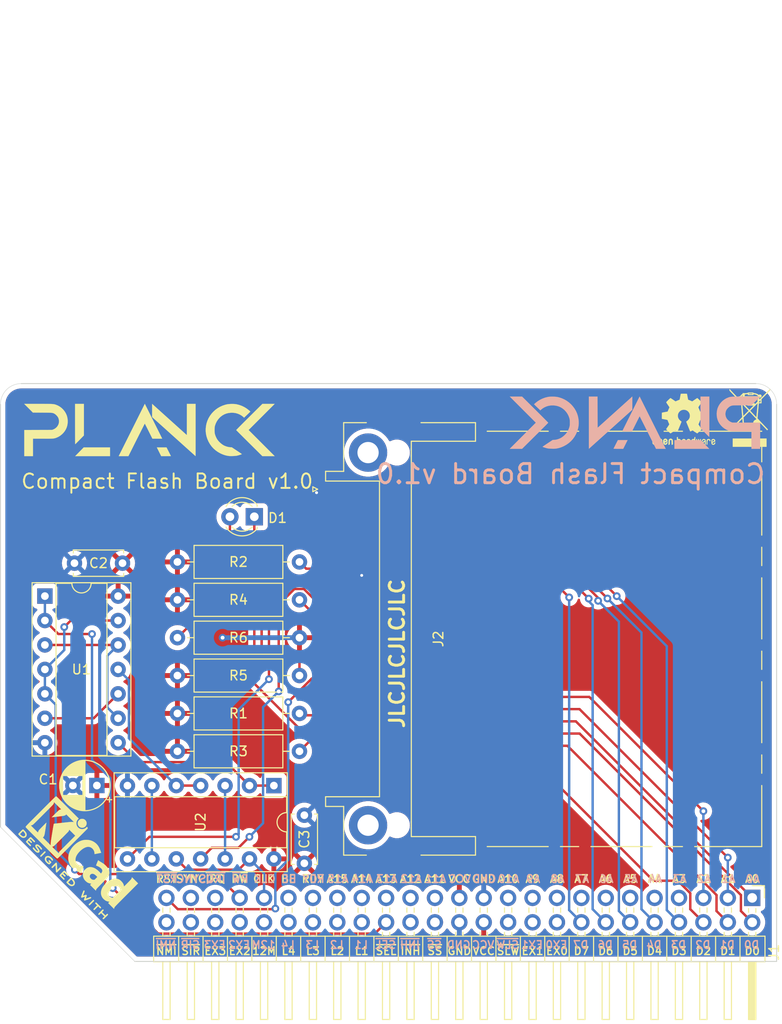
<source format=kicad_pcb>
(kicad_pcb (version 20211014) (generator pcbnew)
  (title_block (title "Compact Flash Board") (date "2023-02-25") (rev "${VERSION}") (company "Six Pixels"))
  (layers (0 "F.Cu" signal) (31 "B.Cu" signal) (34 "B.Paste" user) (35 "F.Paste" user) (36 "B.SilkS" user "B.Silkscreen") (37 "F.SilkS" user "F.Silkscreen") (38 "B.Mask" user) (39 "F.Mask" user) (44 "Edge.Cuts" user))
  (property "VERSION" "v1.0")
  (net 0 "")
  (net 1 "RDY")
  (net 2 "A15")
  (net 3 "A14")
  (net 4 "A13")
  (net 5 "A12")
  (net 6 "A11")
  (net 7 "GND")
  (net 8 "+5V")
  (net 9 "A10")
  (net 10 "A9")
  (net 11 "A8")
  (net 12 "D7")
  (net 13 "A7")
  (net 14 "D6")
  (net 15 "A6")
  (net 16 "D5")
  (net 17 "A5")
  (net 18 "D4")
  (net 19 "A4")
  (net 20 "D3")
  (net 21 "A3")
  (net 22 "D2")
  (net 23 "A2")
  (net 24 "D1")
  (net 25 "A1")
  (net 26 "D0")
  (net 27 "A0")
  (net 28 "CLK")
  (net 29 "BE")
  (net 30 "SYNC")
  (net 31 "EX3")
  (net 32 "EX2")
  (net 33 "EX1")
  (net 34 "EX0")
  (net 35 "~{NMI}")
  (net 36 "~{RESET}")
  (net 37 "~{SLOT_IRQ}")
  (net 38 "~{IRQ}")
  (net 39 "R~{W}")
  (net 40 "CLK_12M")
  (net 41 "LED4")
  (net 42 "LED3")
  (net 43 "LED2")
  (net 44 "LED1")
  (net 45 "~{SLOT_SEL}")
  (net 46 "~{INH}")
  (net 47 "~{SSEL}")
  (net 48 "~{SLOW}")
  (net 49 "Net-(J2-Pad36)")
  (net 50 "Net-(J2-Pad44)")
  (net 51 "Net-(J2-Pad45)")
  (net 52 "Net-(J2-Pad46)")
  (net 62 "Net-(J2-Pad32)")
  (net 71 "Net-(J2-Pad34)")
  (net 72 "Net-(J2-Pad35)")
  (net 73 "Net-(J2-Pad38)")
  (net 74 "Net-(D1-Pad2)")
  (net 75 "Net-(U1-Pad12)")
  (net 76 "Net-(U1-Pad10)")
  (net 77 "Net-(U1-Pad8)")
  (net 78 "Net-(U1-Pad11)")
  (net 79 "Net-(U2-Pad12)")
  (net 80 "Net-(U2-Pad6)")
  (footprint "Connector_PinHeader_2.54mm:PinHeader_2x25_P2.54mm_Horizontal" (layer "F.Cu") (at 157.607 112.014 -90)
    (fp_text reference "J1" (at 5.655 -2.27 90) (layer "F.SilkS"))
    (fp_text value "Conn_01x40")
    (pad "1" thru_hole rect locked (at 0 0 270) (size 1.7 1.7) (drill 1) (layers *.Cu *.Mask) (net 27 "A0"))
    (pad "2" thru_hole oval locked (at 2.54 0 270) (size 1.7 1.7) (drill 1) (layers *.Cu *.Mask) (net 26 "D0"))
    (pad "3" thru_hole oval locked (at 0 2.54 270) (size 1.7 1.7) (drill 1) (layers *.Cu *.Mask) (net 25 "A1"))
    (pad "4" thru_hole oval locked (at 2.54 2.54 270) (size 1.7 1.7) (drill 1) (layers *.Cu *.Mask) (net 24 "D1"))
    (pad "5" thru_hole oval locked (at 0 5.08 270) (size 1.7 1.7) (drill 1) (layers *.Cu *.Mask) (net 23 "A2"))
    (pad "6" thru_hole oval locked (at 2.54 5.08 270) (size 1.7 1.7) (drill 1) (layers *.Cu *.Mask) (net 22 "D2"))
    (pad "7" thru_hole oval locked (at 0 7.62 270) (size 1.7 1.7) (drill 1) (layers *.Cu *.Mask) (net 21 "A3"))
    (pad "8" thru_hole oval locked (at 2.54 7.62 270) (size 1.7 1.7) (drill 1) (layers *.Cu *.Mask) (net 20 "D3"))
    (pad "9" thru_hole oval locked (at 0 10.16 270) (size 1.7 1.7) (drill 1) (layers *.Cu *.Mask) (net 19 "A4"))
    (pad "10" thru_hole oval locked (at 2.54 10.16 270) (size 1.7 1.7) (drill 1) (layers *.Cu *.Mask) (net 18 "D4"))
    (pad "11" thru_hole oval locked (at 0 12.7 270) (size 1.7 1.7) (drill 1) (layers *.Cu *.Mask) (net 17 "A5"))
    (pad "12" thru_hole oval locked (at 2.54 12.7 270) (size 1.7 1.7) (drill 1) (layers *.Cu *.Mask) (net 16 "D5"))
    (pad "13" thru_hole oval locked (at 0 15.24 270) (size 1.7 1.7) (drill 1) (layers *.Cu *.Mask) (net 15 "A6"))
    (pad "14" thru_hole oval locked (at 2.54 15.24 270) (size 1.7 1.7) (drill 1) (layers *.Cu *.Mask) (net 14 "D6"))
    (pad "15" thru_hole oval locked (at 0 17.78 270) (size 1.7 1.7) (drill 1) (layers *.Cu *.Mask) (net 13 "A7"))
    (pad "16" thru_hole oval locked (at 2.54 17.78 270) (size 1.7 1.7) (drill 1) (layers *.Cu *.Mask) (net 12 "D7"))
    (pad "17" thru_hole oval locked (at 0 20.32 270) (size 1.7 1.7) (drill 1) (layers *.Cu *.Mask) (net 11 "A8"))
    (pad "18" thru_hole oval locked (at 2.54 20.32 270) (size 1.7 1.7) (drill 1) (layers *.Cu *.Mask) (net 34 "EX0"))
    (pad "19" thru_hole oval locked (at 0 22.86 270) (size 1.7 1.7) (drill 1) (layers *.Cu *.Mask) (net 10 "A9"))
    (pad "20" thru_hole oval locked (at 2.54 22.86 270) (size 1.7 1.7) (drill 1) (layers *.Cu *.Mask) (net 33 "EX1"))
    (pad "21" thru_hole oval locked (at 0 25.4 270) (size 1.7 1.7) (drill 1) (layers *.Cu *.Mask) (net 9 "A10"))
    (pad "22" thru_hole oval locked (at 2.54 25.4 270) (size 1.7 1.7) (drill 1) (layers *.Cu *.Mask) (net 48 "~{SLOW}"))
    (pad "23" thru_hole oval locked (at 0 27.94 270) (size 1.7 1.7) (drill 1) (layers *.Cu *.Mask) (net 7 "GND"))
    (pad "24" thru_hole oval locked (at 2.54 27.94 270) (size 1.7 1.7) (drill 1) (layers *.Cu *.Mask) (net 8 "+5V"))
    (pad "25" thru_hole oval locked (at 0 30.48 270) (size 1.7 1.7) (drill 1) (layers *.Cu *.Mask) (net 8 "+5V"))
    (pad "26" thru_hole oval locked (at 2.54 30.48 270) (size 1.7 1.7) (drill 1) (layers *.Cu *.Mask) (net 7 "GND"))
    (pad "27" thru_hole oval locked (at 0 33.02 270) (size 1.7 1.7) (drill 1) (layers *.Cu *.Mask) (net 6 "A11"))
    (pad "28" thru_hole oval locked (at 2.54 33.02 270) (size 1.7 1.7) (drill 1) (layers *.Cu *.Mask) (net 47 "~{SSEL}"))
    (pad "29" thru_hole oval locked (at 0 35.56 270) (size 1.7 1.7) (drill 1) (layers *.Cu *.Mask) (net 5 "A12"))
    (pad "30" thru_hole oval locked (at 2.54 35.56 270) (size 1.7 1.7) (drill 1) (layers *.Cu *.Mask) (net 46 "~{INH}"))
    (pad "31" thru_hole oval locked (at 0 38.1 270) (size 1.7 1.7) (drill 1) (layers *.Cu *.Mask) (net 4 "A13"))
    (pad "32" thru_hole oval locked (at 2.54 38.1 270) (size 1.7 1.7) (drill 1) (layers *.Cu *.Mask) (net 45 "~{SLOT_SEL}"))
    (pad "33" thru_hole oval locked (at 0 40.64 270) (size 1.7 1.7) (drill 1) (layers *.Cu *.Mask) (net 3 "A14"))
    (pad "34" thru_hole oval locked (at 2.54 40.64 270) (size 1.7 1.7) (drill 1) (layers *.Cu *.Mask) (net 44 "LED1"))
    (pad "35" thru_hole oval locked (at 0 43.18 270) (size 1.7 1.7) (drill 1) (layers *.Cu *.Mask) (net 2 "A15"))
    (pad "36" thru_hole oval locked (at 2.54 43.18 270) (size 1.7 1.7) (drill 1) (layers *.Cu *.Mask) (net 43 "LED2"))
    (pad "37" thru_hole oval locked (at 0 45.72 270) (size 1.7 1.7) (drill 1) (layers *.Cu *.Mask) (net 1 "RDY"))
    (pad "38" thru_hole oval locked (at 2.54 45.72 270) (size 1.7 1.7) (drill 1) (layers *.Cu *.Mask) (net 42 "LED3"))
    (pad "39" thru_hole oval locked (at 0 48.26 270) (size 1.7 1.7) (drill 1) (layers *.Cu *.Mask) (net 29 "BE"))
    (pad "40" thru_hole oval locked (at 2.54 48.26 270) (size 1.7 1.7) (drill 1) (layers *.Cu *.Mask) (net 41 "LED4"))
    (pad "41" thru_hole oval locked (at 0 50.8 270) (size 1.7 1.7) (drill 1) (layers *.Cu *.Mask) (net 28 "CLK"))
    (pad "42" thru_hole oval locked (at 2.54 50.8 270) (size 1.7 1.7) (drill 1) (layers *.Cu *.Mask) (net 40 "CLK_12M"))
    (pad "43" thru_hole oval locked (at 0 53.34 270) (size 1.7 1.7) (drill 1) (layers *.Cu *.Mask) (net 39 "R~{W}"))
    (pad "44" thru_hole oval locked (at 2.54 53.34 270) (size 1.7 1.7) (drill 1) (layers *.Cu *.Mask) (net 32 "EX2"))
    (pad "45" thru_hole oval locked (at 0 55.88 270) (size 1.7 1.7) (drill 1) (layers *.Cu *.Mask) (net 38 "~{IRQ}"))
    (pad "46" thru_hole oval locked (at 2.54 55.88 270) (size 1.7 1.7) (drill 1) (layers *.Cu *.Mask) (net 31 "EX3"))
    (pad "47" thru_hole oval locked (at 0 58.42 270) (size 1.7 1.7) (drill 1) (layers *.Cu *.Mask) (net 30 "SYNC"))
    (pad "48" thru_hole oval locked (at 2.54 58.42 270) (size 1.7 1.7) (drill 1) (layers *.Cu *.Mask) (net 37 "~{SLOT_IRQ}"))
    (pad "49" thru_hole oval locked (at 0 60.96 270) (size 1.7 1.7) (drill 1) (layers *.Cu *.Mask) (net 36 "~{RESET}"))
    (pad "50" thru_hole oval locked (at 2.54 60.96 270) (size 1.7 1.7) (drill 1) (layers *.Cu *.Mask) (net 35 "~{NMI}"))
  )
  (footprint "logo:logo" (layer "F.Cu") (at 94.869 63.373)
    (fp_text reference "G***" hide)
    (fp_text value "LOGO" hide)
  )
  (footprint "Symbol:KiCad-Logo2_5mm_SilkScreen" (layer "F.Cu") (at 87.757 107.696 -45)
    (fp_text reference "REF**" hide)
    (fp_text value "KiCad-Logo2_5mm_SilkScreen" hide)
  )
  (footprint "Symbol:WEEE-Logo_4.2x6mm_SilkScreen" (layer "F.Cu") (at 157.353 62.103)
    (fp_text reference "REF**" hide)
    (fp_text value "WEEE-Logo_4.2x6mm_SilkScreen" hide)
  )
  (footprint "Symbol:OSHW-Logo2_7.3x6mm_SilkScreen" (layer "F.Cu") (at 150.495 62.357)
    (fp_text reference "REF**" hide)
    (fp_text value "OSHW-Logo2_7.3x6mm_SilkScreen" hide)
  )
  (footprint "Resistor_THT:R_Axial_DIN0309_L9.0mm_D3.2mm_P12.70mm_Horizontal" (layer "F.Cu") (at 110.49 96.774 180)
    (fp_text reference "R3" (at 6.35 0) (layer "F.SilkS"))
    (fp_text value "1k")
    (pad "1" thru_hole circle (at 0 0 180) (size 1.6 1.6) (drill 0.8) (layers *.Cu *.Mask) (net 52 "Net-(J2-Pad46)"))
    (pad "2" thru_hole oval (at 12.7 0 180) (size 1.6 1.6) (drill 0.8) (layers *.Cu *.Mask) (net 8 "+5V"))
  )
  (footprint "Capacitor_THT:CP_Radial_D5.0mm_P2.50mm" (layer "F.Cu") (at 89.408 100.33 180)
    (fp_text reference "C1" (at 5.08 0.635) (layer "F.SilkS"))
    (fp_text value "10u")
    (pad "1" thru_hole rect (at 0 0 180) (size 1.6 1.6) (drill 0.8) (layers *.Cu *.Mask) (net 8 "+5V"))
    (pad "2" thru_hole circle (at 2.5 0 180) (size 1.6 1.6) (drill 0.8) (layers *.Cu *.Mask) (net 7 "GND"))
  )
  (footprint "Capacitor_THT:C_Disc_D5.0mm_W2.5mm_P5.00mm" (layer "F.Cu") (at 110.998 108.418 90)
    (fp_text reference "C3" (at 2.5 0 90) (layer "F.SilkS"))
    (fp_text value "100n")
    (pad "1" thru_hole circle (at 0 0 90) (size 1.6 1.6) (drill 0.8) (layers *.Cu *.Mask) (net 8 "+5V"))
    (pad "2" thru_hole circle (at 5 0 90) (size 1.6 1.6) (drill 0.8) (layers *.Cu *.Mask) (net 7 "GND"))
  )
  (footprint "Resistor_THT:R_Axial_DIN0309_L9.0mm_D3.2mm_P12.70mm_Horizontal" (layer "F.Cu") (at 110.49 77.089 180)
    (fp_text reference "R2" (at 6.35 0) (layer "F.SilkS"))
    (fp_text value "1k")
    (pad "1" thru_hole circle (at 0 0 180) (size 1.6 1.6) (drill 0.8) (layers *.Cu *.Mask) (net 62 "Net-(J2-Pad32)"))
    (pad "2" thru_hole oval (at 12.7 0 180) (size 1.6 1.6) (drill 0.8) (layers *.Cu *.Mask) (net 8 "+5V"))
  )
  (footprint "Connector_Card:CF-Card_3M_N7E50-A516xx-30" (layer "F.Cu") (at 117.729 85.09)
    (fp_text reference "J2" (at 7.22 0 90) (layer "F.SilkS"))
    (fp_text value "Conn_02x25_Top_Bottom")
    (pad "" smd rect (at 2.57 23.34 90) (size 2.49 4.57) (layers "F.Cu" "F.Paste" "F.Mask"))
    (pad "" np_thru_hole circle (at 2.9 -19.37 90) (size 1.7 1.7) (drill 1.7) (layers *.Cu *.Mask))
    (pad "" thru_hole circle (at -0.1 -19.37 90) (size 3.99 3.99) (drill 2.21) (layers *.Cu *.Mask))
    (pad "" smd rect (at 2.57 -23.34 90) (size 2.49 4.57) (layers "F.Cu" "F.Paste" "F.Mask"))
    (pad "" thru_hole circle (at -0.1 19.37 90) (size 3.99 3.99) (drill 2.21) (layers *.Cu *.Mask))
    (pad "" np_thru_hole circle (at 2.9 19.37 90) (size 1.7 1.7) (drill 1.7) (layers *.Cu *.Mask))
    (pad "1" smd rect (at -3.1 -15.56 90) (size 0.41 3.51) (layers "F.Cu" "F.Paste" "F.Mask") (net 7 "GND"))
    (pad "2" smd rect (at -3.1 -14.29 90) (size 0.41 3.51) (layers "F.Cu" "F.Paste" "F.Mask") (net 20 "D3"))
    (pad "3" smd rect (at -3.1 -13.02 90) (size 0.41 3.51) (layers "F.Cu" "F.Paste" "F.Mask") (net 18 "D4"))
    (pad "4" smd rect (at -3.1 -11.75 90) (size 0.41 3.51) (layers "F.Cu" "F.Paste" "F.Mask") (net 16 "D5"))
    (pad "5" smd rect (at -3.1 -10.48 90) (size 0.41 3.51) (layers "F.Cu" "F.Paste" "F.Mask") (net 14 "D6"))
    (pad "6" smd rect (at -3.1 -9.21 90) (size 0.41 3.51) (layers "F.Cu" "F.Paste" "F.Mask") (net 12 "D7"))
    (pad "7" smd rect (at -3.1 -7.94 90) (size 0.41 3.51) (layers "F.Cu" "F.Paste" "F.Mask") (net 7 "GND"))
    (pad "8" smd rect (at -3.1 -6.67 90) (size 0.41 3.51) (layers "F.Cu" "F.Paste" "F.Mask") (net 7 "GND"))
    (pad "9" smd rect (at -3.1 -5.4 90) (size 0.41 3.51) (layers "F.Cu" "F.Paste" "F.Mask") (net 7 "GND"))
    (pad "10" smd rect (at -3.1 -4.13 90) (size 0.41 3.51) (layers "F.Cu" "F.Paste" "F.Mask") (net 7 "GND"))
    (pad "11" smd rect (at -3.1 -2.86 90) (size 0.41 3.51) (layers "F.Cu" "F.Paste" "F.Mask") (net 7 "GND"))
    (pad "12" smd rect (at -3.1 -1.59 90) (size 0.41 3.51) (layers "F.Cu" "F.Paste" "F.Mask") (net 7 "GND"))
    (pad "13" smd rect (at -3.1 -0.32 90) (size 0.41 3.51) (layers "F.Cu" "F.Paste" "F.Mask") (net 8 "+5V"))
    (pad "14" smd rect (at -3.1 0.95 90) (size 0.41 3.51) (layers "F.Cu" "F.Paste" "F.Mask") (net 7 "GND"))
    (pad "15" smd rect (at -3.1 2.22 90) (size 0.41 3.51) (layers "F.Cu" "F.Paste" "F.Mask") (net 7 "GND"))
    (pad "16" smd rect (at -3.1 3.49 90) (size 0.41 3.51) (layers "F.Cu" "F.Paste" "F.Mask") (net 7 "GND"))
    (pad "17" smd rect (at -3.1 4.76 90) (size 0.41 3.51) (layers "F.Cu" "F.Paste" "F.Mask") (net 7 "GND"))
    (pad "18" smd rect (at -3.1 6.03 90) (size 0.41 3.51) (layers "F.Cu" "F.Paste" "F.Mask") (net 23 "A2"))
    (pad "19" smd rect (at -3.1 7.3 90) (size 0.41 3.51) (layers "F.Cu" "F.Paste" "F.Mask") (net 25 "A1"))
    (pad "20" smd rect (at -3.1 8.57 90) (size 0.41 3.51) (layers "F.Cu" "F.Paste" "F.Mask") (net 27 "A0"))
    (pad "21" smd rect (at -3.1 9.84 90) (size 0.41 3.51) (layers "F.Cu" "F.Paste" "F.Mask") (net 26 "D0"))
    (pad "22" smd rect (at -3.1 11.11 90) (size 0.41 3.51) (layers "F.Cu" "F.Paste" "F.Mask") (net 24 "D1"))
    (pad "23" smd rect (at -3.1 12.38 90) (size 0.41 3.51) (layers "F.Cu" "F.Paste" "F.Mask") (net 22 "D2"))
    (pad "24" smd rect (at -3.1 13.65 90) (size 0.41 3.51) (layers "F.Cu" "F.Paste" "F.Mask"))
    (pad "25" smd rect (at -3.1 14.92 90) (size 0.41 3.51) (layers "F.Cu" "F.Paste" "F.Mask"))
    (pad "26" smd rect (at -3.1 -14.92 90) (size 0.41 3.51) (layers "F.Cu" "F.Paste" "F.Mask"))
    (pad "27" smd rect (at -3.1 -13.65 90) (size 0.41 3.51) (layers "F.Cu" "F.Paste" "F.Mask"))
    (pad "28" smd rect (at -3.1 -12.38 90) (size 0.41 3.51) (layers "F.Cu" "F.Paste" "F.Mask"))
    (pad "29" smd rect (at -3.1 -11.11 90) (size 0.41 3.51) (layers "F.Cu" "F.Paste" "F.Mask"))
    (pad "30" smd rect (at -3.1 -9.84 90) (size 0.41 3.51) (layers "F.Cu" "F.Paste" "F.Mask"))
    (pad "31" smd rect (at -3.1 -8.57 90) (size 0.41 3.51) (layers "F.Cu" "F.Paste" "F.Mask"))
    (pad "32" smd rect (at -3.1 -7.3 90) (size 0.41 3.51) (layers "F.Cu" "F.Paste" "F.Mask") (net 62 "Net-(J2-Pad32)"))
    (pad "33" smd rect (at -3.1 -6.03 90) (size 0.41 3.51) (layers "F.Cu" "F.Paste" "F.Mask"))
    (pad "34" smd rect (at -3.1 -4.76 90) (size 0.41 3.51) (layers "F.Cu" "F.Paste" "F.Mask") (net 71 "Net-(J2-Pad34)"))
    (pad "35" smd rect (at -3.1 -3.49 90) (size 0.41 3.51) (layers "F.Cu" "F.Paste" "F.Mask") (net 72 "Net-(J2-Pad35)"))
    (pad "36" smd rect (at -3.1 -2.22 90) (size 0.41 3.51) (layers "F.Cu" "F.Paste" "F.Mask") (net 49 "Net-(J2-Pad36)"))
    (pad "37" smd rect (at -3.1 -0.95 90) (size 0.41 3.51) (layers "F.Cu" "F.Paste" "F.Mask"))
    (pad "38" smd rect (at -3.1 0.32 90) (size 0.41 3.51) (layers "F.Cu" "F.Paste" "F.Mask") (net 73 "Net-(J2-Pad38)"))
    (pad "39" smd rect (at -3.1 1.59 90) (size 0.41 3.51) (layers "F.Cu" "F.Paste" "F.Mask") (net 7 "GND"))
    (pad "40" smd rect (at -3.1 2.86 90) (size 0.41 3.51) (layers "F.Cu" "F.Paste" "F.Mask"))
    (pad "41" smd rect (at -3.1 4.13 90) (size 0.41 3.51) (layers "F.Cu" "F.Paste" "F.Mask") (net 36 "~{RESET}"))
    (pad "42" smd rect (at -3.1 5.4 90) (size 0.41 3.51) (layers "F.Cu" "F.Paste" "F.Mask"))
    (pad "43" smd rect (at -3.1 6.67 90) (size 0.41 3.51) (layers "F.Cu" "F.Paste" "F.Mask"))
    (pad "44" smd rect (at -3.1 7.94 90) (size 0.41 3.51) (layers "F.Cu" "F.Paste" "F.Mask") (net 50 "Net-(J2-Pad44)"))
    (pad "45" smd rect (at -3.1 9.21 90) (size 0.41 3.51) (layers "F.Cu" "F.Paste" "F.Mask") (net 51 "Net-(J2-Pad45)"))
    (pad "46" smd rect (at -3.1 10.48 90) (size 0.41 3.51) (layers "F.Cu" "F.Paste" "F.Mask") (net 52 "Net-(J2-Pad46)"))
    (pad "47" smd rect (at -3.1 11.75 90) (size 0.41 3.51) (layers "F.Cu" "F.Paste" "F.Mask"))
    (pad "48" smd rect (at -3.1 13.02 90) (size 0.41 3.51) (layers "F.Cu" "F.Paste" "F.Mask"))
    (pad "49" smd rect (at -3.1 14.29 90) (size 0.41 3.51) (layers "F.Cu" "F.Paste" "F.Mask"))
    (pad "50" smd rect (at -3.1 15.56 90) (size 0.41 3.51) (layers "F.Cu" "F.Paste" "F.Mask"))
  )
  (footprint "Resistor_THT:R_Axial_DIN0309_L9.0mm_D3.2mm_P12.70mm_Horizontal" (layer "F.Cu") (at 110.49 92.837 180)
    (fp_text reference "R1" (at 6.35 0) (layer "F.SilkS"))
    (fp_text value "1k")
    (pad "1" thru_hole circle (at 0 0 180) (size 1.6 1.6) (drill 0.8) (layers *.Cu *.Mask) (net 50 "Net-(J2-Pad44)"))
    (pad "2" thru_hole oval (at 12.7 0 180) (size 1.6 1.6) (drill 0.8) (layers *.Cu *.Mask) (net 8 "+5V"))
  )
  (footprint "LED_THT:LED_D3.0mm" (layer "F.Cu") (at 105.791 72.39 180)
    (fp_text reference "D1" (at -2.413 -0.127) (layer "F.SilkS"))
    (fp_text value "LED")
    (pad "1" thru_hole rect (at 0 0 180) (size 1.8 1.8) (drill 0.9) (layers *.Cu *.Mask) (net 51 "Net-(J2-Pad45)"))
    (pad "2" thru_hole circle (at 2.54 0 180) (size 1.8 1.8) (drill 0.9) (layers *.Cu *.Mask) (net 74 "Net-(D1-Pad2)"))
  )
  (footprint "Package_DIP:DIP-14_W7.62mm_Socket" (layer "F.Cu") (at 83.997 80.64)
    (fp_text reference "U1" (at 3.8 7.625) (layer "F.SilkS"))
    (fp_text value "74HC00")
    (pad "1" thru_hole rect (at 0 0) (size 1.6 1.6) (drill 0.8) (layers *.Cu *.Mask) (net 45 "~{SLOT_SEL}"))
    (pad "2" thru_hole oval (at 0 2.54) (size 1.6 1.6) (drill 0.8) (layers *.Cu *.Mask) (net 45 "~{SLOT_SEL}"))
    (pad "3" thru_hole oval (at 0 5.08) (size 1.6 1.6) (drill 0.8) (layers *.Cu *.Mask) (net 75 "Net-(U1-Pad12)"))
    (pad "4" thru_hole oval (at 0 7.62) (size 1.6 1.6) (drill 0.8) (layers *.Cu *.Mask) (net 39 "R~{W}"))
    (pad "5" thru_hole oval (at 0 10.16) (size 1.6 1.6) (drill 0.8) (layers *.Cu *.Mask) (net 39 "R~{W}"))
    (pad "6" thru_hole oval (at 0 12.7) (size 1.6 1.6) (drill 0.8) (layers *.Cu *.Mask) (net 76 "Net-(U1-Pad10)"))
    (pad "7" thru_hole oval (at 0 15.24) (size 1.6 1.6) (drill 0.8) (layers *.Cu *.Mask) (net 7 "GND"))
    (pad "8" thru_hole oval (at 7.62 15.24) (size 1.6 1.6) (drill 0.8) (layers *.Cu *.Mask) (net 77 "Net-(U1-Pad8)"))
    (pad "9" thru_hole oval (at 7.62 12.7) (size 1.6 1.6) (drill 0.8) (layers *.Cu *.Mask) (net 75 "Net-(U1-Pad12)"))
    (pad "10" thru_hole oval (at 7.62 10.16) (size 1.6 1.6) (drill 0.8) (layers *.Cu *.Mask) (net 76 "Net-(U1-Pad10)"))
    (pad "11" thru_hole oval (at 7.62 7.62) (size 1.6 1.6) (drill 0.8) (layers *.Cu *.Mask) (net 78 "Net-(U1-Pad11)"))
    (pad "12" thru_hole oval (at 7.62 5.08) (size 1.6 1.6) (drill 0.8) (layers *.Cu *.Mask) (net 75 "Net-(U1-Pad12)"))
    (pad "13" thru_hole oval (at 7.62 2.54) (size 1.6 1.6) (drill 0.8) (layers *.Cu *.Mask) (net 39 "R~{W}"))
    (pad "14" thru_hole oval (at 7.62 0) (size 1.6 1.6) (drill 0.8) (layers *.Cu *.Mask) (net 8 "+5V"))
  )
  (footprint "Package_DIP:DIP-14_W7.62mm_Socket" (layer "F.Cu") (at 107.828 100.34 -90)
    (fp_text reference "U2" (at 3.8 7.625 90) (layer "F.SilkS"))
    (fp_text value "74HC00")
    (pad "1" thru_hole rect (at 0 0 270) (size 1.6 1.6) (drill 0.8) (layers *.Cu *.Mask) (net 77 "Net-(U1-Pad8)"))
    (pad "2" thru_hole oval (at 0 2.54 270) (size 1.6 1.6) (drill 0.8) (layers *.Cu *.Mask) (net 77 "Net-(U1-Pad8)"))
    (pad "3" thru_hole oval (at 0 5.08 270) (size 1.6 1.6) (drill 0.8) (layers *.Cu *.Mask) (net 79 "Net-(U2-Pad12)"))
    (pad "4" thru_hole oval (at 0 7.62 270) (size 1.6 1.6) (drill 0.8) (layers *.Cu *.Mask) (net 78 "Net-(U1-Pad11)"))
    (pad "5" thru_hole oval (at 0 10.16 270) (size 1.6 1.6) (drill 0.8) (layers *.Cu *.Mask) (net 78 "Net-(U1-Pad11)"))
    (pad "6" thru_hole oval (at 0 12.7 270) (size 1.6 1.6) (drill 0.8) (layers *.Cu *.Mask) (net 80 "Net-(U2-Pad6)"))
    (pad "7" thru_hole oval (at 0 15.24 270) (size 1.6 1.6) (drill 0.8) (layers *.Cu *.Mask) (net 7 "GND"))
    (pad "8" thru_hole oval (at 7.62 15.24 270) (size 1.6 1.6) (drill 0.8) (layers *.Cu *.Mask) (net 71 "Net-(J2-Pad34)"))
    (pad "9" thru_hole oval (at 7.62 12.7 270) (size 1.6 1.6) (drill 0.8) (layers *.Cu *.Mask) (net 80 "Net-(U2-Pad6)"))
    (pad "10" thru_hole oval (at 7.62 10.16 270) (size 1.6 1.6) (drill 0.8) (layers *.Cu *.Mask) (net 28 "CLK"))
    (pad "11" thru_hole oval (at 7.62 7.62 270) (size 1.6 1.6) (drill 0.8) (layers *.Cu *.Mask) (net 72 "Net-(J2-Pad35)"))
    (pad "12" thru_hole oval (at 7.62 5.08 270) (size 1.6 1.6) (drill 0.8) (layers *.Cu *.Mask) (net 79 "Net-(U2-Pad12)"))
    (pad "13" thru_hole oval (at 7.62 2.54 270) (size 1.6 1.6) (drill 0.8) (layers *.Cu *.Mask) (net 28 "CLK"))
    (pad "14" thru_hole oval (at 7.62 0 270) (size 1.6 1.6) (drill 0.8) (layers *.Cu *.Mask) (net 8 "+5V"))
  )
  (footprint "Resistor_THT:R_Axial_DIN0309_L9.0mm_D3.2mm_P12.70mm_Horizontal" (layer "F.Cu") (at 110.49 88.9 180)
    (fp_text reference "R5" (at 6.35 0) (layer "F.SilkS"))
    (fp_text value "1k")
    (pad "1" thru_hole circle (at 0 0 180) (size 1.6 1.6) (drill 0.8) (layers *.Cu *.Mask) (net 73 "Net-(J2-Pad38)"))
    (pad "2" thru_hole oval (at 12.7 0 180) (size 1.6 1.6) (drill 0.8) (layers *.Cu *.Mask) (net 8 "+5V"))
  )
  (footprint "Capacitor_THT:C_Disc_D5.0mm_W2.5mm_P5.00mm" (layer "F.Cu") (at 92.075 77.216 180)
    (fp_text reference "C2" (at 2.5 0) (layer "F.SilkS"))
    (fp_text value "100n")
    (pad "1" thru_hole circle (at 0 0 180) (size 1.6 1.6) (drill 0.8) (layers *.Cu *.Mask) (net 8 "+5V"))
    (pad "2" thru_hole circle (at 5 0 180) (size 1.6 1.6) (drill 0.8) (layers *.Cu *.Mask) (net 7 "GND"))
  )
  (footprint "Resistor_THT:R_Axial_DIN0309_L9.0mm_D3.2mm_P12.70mm_Horizontal" (layer "F.Cu") (at 97.79 84.963)
    (fp_text reference "R6" (at 6.35 0) (layer "F.SilkS"))
    (fp_text value "500R")
    (pad "1" thru_hole circle (at 0 0) (size 1.6 1.6) (drill 0.8) (layers *.Cu *.Mask) (net 74 "Net-(D1-Pad2)"))
    (pad "2" thru_hole oval (at 12.7 0) (size 1.6 1.6) (drill 0.8) (layers *.Cu *.Mask) (net 8 "+5V"))
  )
  (footprint "Resistor_THT:R_Axial_DIN0309_L9.0mm_D3.2mm_P12.70mm_Horizontal" (layer "F.Cu") (at 110.49 81.026 180)
    (fp_text reference "R4" (at 6.35 0) (layer "F.SilkS"))
    (fp_text value "1k")
    (pad "1" thru_hole circle (at 0 0 180) (size 1.6 1.6) (drill 0.8) (layers *.Cu *.Mask) (net 49 "Net-(J2-Pad36)"))
    (pad "2" thru_hole oval (at 12.7 0 180) (size 1.6 1.6) (drill 0.8) (layers *.Cu *.Mask) (net 8 "+5V"))
  )
  (footprint "logo:logo" (layer "B.Cu") (at 145.415 62.611 180)
    (fp_text reference "G***" hide)
    (fp_text value "LOGO" hide)
  )
  (gr_arc (start 79.375 60.706) (mid 80.007356 59.179356) (end 81.534 58.547) (layer "Edge.Cuts") (width 0.05))
  (gr_line (start 160.147 118.618) (end 93.345 118.618) (layer "Edge.Cuts") (width 0.1))
  (gr_line (start 81.534 58.547) (end 157.988 58.547) (layer "Edge.Cuts") (width 0.1))
  (gr_line (start 79.375 104.648) (end 79.375 60.706) (layer "Edge.Cuts") (width 0.1))
  (gr_line (start 93.345 118.618) (end 79.375 104.648) (layer "Edge.Cuts") (width 0.05))
  (gr_arc (start 157.988 58.547) (mid 159.514644 59.179356) (end 160.147 60.706) (layer "Edge.Cuts") (width 0.05))
  (gr_line (start 160.147 60.706) (end 160.147 118.618) (layer "Edge.Cuts") (width 0.1))
  (gr_text "Compact Flash Board ${VERSION}" (at 159.131 67.945) (layer "B.SilkS") (effects (font (size 2 2) (thickness 0.3)) (justify left mirror)))
  (gr_text "A8" (at 137.3505 110.0455) (layer "B.SilkS") (effects (font (size 0.8 0.8)) (justify mirror)))
  (gr_text "~{RST}" (at 96.7105 110.0455) (layer "B.SilkS") (effects (font (size 0.8 0.8)) (justify mirror)))
  (gr_text "R~{W}" (at 104.3305 110.0455) (layer "B.SilkS") (effects (font (size 0.8 0.8)) (justify mirror)))
  (gr_text "CLK" (at 106.8705 110.0455) (layer "B.SilkS") (effects (font (size 0.8 0.8)) (justify mirror)))
  (gr_text "A7" (at 139.8905 110.0455) (layer "B.SilkS") (effects (font (size 0.8 0.8)) (justify mirror)))
  (gr_text "A10" (at 132.2705 110.0455) (layer "B.SilkS") (effects (font (size 0.8 0.8)) (justify mirror)))
  (gr_text "A5" (at 144.9705 110.0455) (layer "B.SilkS") (effects (font (size 0.8 0.8)) (justify mirror)))
  (gr_text "A4" (at 147.5105 110.0455) (layer "B.SilkS") (effects (font (size 0.8 0.8)) (justify mirror)))
  (gr_text "A2" (at 152.5905 110.0455) (layer "B.SilkS") (effects (font (size 0.8 0.8)) (justify mirror)))
  (gr_text "A0" (at 157.6705 110.0455) (layer "B.SilkS") (effects (font (size 0.8 0.8)) (justify mirror)))
  (gr_text "A1" (at 155.1305 110.0455) (layer "B.SilkS") (effects (font (size 0.8 0.8)) (justify mirror)))
  (gr_text "A14" (at 117.0305 110.0455) (layer "B.SilkS") (effects (font (size 0.8 0.8)) (justify mirror)))
  (gr_text "A13" (at 119.5705 110.0455) (layer "B.SilkS") (effects (font (size 0.8 0.8)) (justify mirror)))
  (gr_text "A9" (at 134.8105 110.0455) (layer "B.SilkS") (effects (font (size 0.8 0.8)) (justify mirror)))
  (gr_text "D0" (at 157.5435 116.9035) (layer "B.SilkS") (effects (font (size 0.8 0.8)) (justify mirror)))
  (gr_text "D1" (at 155.0035 116.9035) (layer "B.SilkS") (effects (font (size 0.8 0.8)) (justify mirror)))
  (gr_text "~{SS}" (at 124.5235 116.9035) (layer "B.SilkS") (effects (font (size 0.8 0.8)) (justify mirror)))
  (gr_text "GND" (at 129.7305 110.0455) (layer "B.SilkS") (effects (font (size 0.8 0.8)) (justify mirror)))
  (gr_text "A3" (at 150.0505 110.0455) (layer "B.SilkS") (effects (font (size 0.8 0.8)) (justify mirror)))
  (gr_text "VCC" (at 127.1905 110.0455) (layer "B.SilkS") (effects (font (size 0.8 0.8)) (justify mirror)))
  (gr_text "A11" (at 124.6505 110.0455) (layer "B.SilkS") (effects (font (size 0.8 0.8)) (justify mirror)))
  (gr_text "A12" (at 122.1105 110.0455) (layer "B.SilkS") (effects (font (size 0.8 0.8)) (justify mirror)))
  (gr_text "~{IRQ}" (at 101.7905 110.0455) (layer "B.SilkS") (effects (font (size 0.8 0.8)) (justify mirror)))
  (gr_text "A15" (at 114.4905 110.0455) (layer "B.SilkS") (effects (font (size 0.8 0.8)) (justify mirror)))
  (gr_text "RDY" (at 111.9505 110.0455) (layer "B.SilkS") (effects (font (size 0.8 0.8)) (justify mirror)))
  (gr_text "D2" (at 152.4635 116.9035) (layer "B.SilkS") (effects (font (size 0.8 0.8)) (justify mirror)))
  (gr_text "GND" (at 127.0635 116.9035) (layer "B.SilkS") (effects (font (size 0.8 0.8)) (justify mirror)))
  (gr_text "D3" (at 149.9235 116.9035) (layer "B.SilkS") (effects (font (size 0.8 0.8)) (justify mirror)))
  (gr_text "VCC" (at 129.6035 116.9035) (layer "B.SilkS") (effects (font (size 0.8 0.8)) (justify mirror)))
  (gr_text "D7" (at 139.7635 116.9035) (layer "B.SilkS") (effects (font (size 0.8 0.8)) (justify mirror)))
  (gr_text "EX0" (at 137.2235 116.9035) (layer "B.SilkS") (effects (font (size 0.8 0.8)) (justify mirror)))
  (gr_text "D6" (at 142.3035 116.9035) (layer "B.SilkS") (effects (font (size 0.8 0.8)) (justify mirror)))
  (gr_text "EX1" (at 134.6835 116.9035) (layer "B.SilkS") (effects (font (size 0.8 0.8)) (justify mirror)))
  (gr_text "D5" (at 144.8435 116.9035) (layer "B.SilkS") (effects (font (size 0.8 0.8)) (justify mirror)))
  (gr_text "~{SLW}" (at 132.1435 116.9035) (layer "B.SilkS") (effects (font (size 0.8 0.8)) (justify mirror)))
  (gr_text "D4" (at 147.3835 116.9035) (layer "B.SilkS") (effects (font (size 0.8 0.8)) (justify mirror)))
  (gr_text "L2" (at 114.3635 116.9035) (layer "B.SilkS") (effects (font (size 0.8 0.8)) (justify mirror)))
  (gr_text "L4" (at 109.2835 116.9035) (layer "B.SilkS") (effects (font (size 0.8 0.8)) (justify mirror)))
  (gr_text "EX3" (at 101.6635 116.9035) (layer "B.SilkS") (effects (font (size 0.8 0.8)) (justify mirror)))
  (gr_text "L3" (at 111.8235 116.9035) (layer "B.SilkS") (effects (font (size 0.8 0.8)) (justify mirror)))
  (gr_text "L1" (at 116.9035 116.9035) (layer "B.SilkS") (effects (font (size 0.8 0.8)) (justify mirror)))
  (gr_text "12M" (at 106.7435 116.9035) (layer "B.SilkS") (effects (font (size 0.8 0.8)) (justify mirror)))
  (gr_text "~{SEL}" (at 119.4435 116.9035) (layer "B.SilkS") (effects (font (size 0.8 0.8)) (justify mirror)))
  (gr_text "~{INH}" (at 121.9835 116.9035) (layer "B.SilkS") (effects (font (size 0.8 0.8)) (justify mirror)))
  (gr_text "EX2" (at 104.2035 116.9035) (layer "B.SilkS") (effects (font (size 0.8 0.8)) (justify mirror)))
  (gr_text "~{SIR}" (at 99.1235 116.9035) (layer "B.SilkS") (effects (font (size 0.8 0.8)) (justify mirror)))
  (gr_text "~{NMI}" (at 96.5835 116.9035) (layer "B.SilkS") (effects (font (size 0.8 0.8)) (justify mirror)))
  (gr_text "BE" (at 109.4105 110.0455) (layer "B.SilkS") (effects (font (size 0.8 0.8)) (justify mirror)))
  (gr_text "A6" (at 142.4305 110.0455) (layer "B.SilkS") (effects (font (size 0.8 0.8)) (justify mirror)))
  (gr_text "SYNC" (at 99.2505 110.0455) (layer "B.SilkS") (effects (font (size 0.8 0.8)) (justify mirror)))
  (gr_text "EX3" (at 101.727 117.5385) (layer "F.SilkS") (effects (font (size 0.8 0.8))))
  (gr_text "~{SIR}" (at 99.187 117.5385) (layer "F.SilkS") (effects (font (size 0.8 0.8))))
  (gr_text "~{SEL}" (at 119.507 117.5385) (layer "F.SilkS") (effects (font (size 0.8 0.8))))
  (gr_text "L2" (at 114.427 117.5385) (layer "F.SilkS") (effects (font (size 0.8 0.8))))
  (gr_text "L1" (at 116.967 117.5385) (layer "F.SilkS") (effects (font (size 0.8 0.8))))
  (gr_text "L4" (at 109.347 117.5385) (layer "F.SilkS") (effects (font (size 0.8 0.8))))
  (gr_text "L3" (at 111.887 117.5385) (layer "F.SilkS") (effects (font (size 0.8 0.8))))
  (gr_text "EX2" (at 104.267 117.5385) (layer "F.SilkS") (effects (font (size 0.8 0.8))))
  (gr_text "12M" (at 106.807 117.5385) (layer "F.SilkS") (effects (font (size 0.8 0.8))))
  (gr_text "D7" (at 139.827 117.5385) (layer "F.SilkS") (effects (font (size 0.8 0.8))))
  (gr_text "~{INH}" (at 122.047 117.5385) (layer "F.SilkS") (effects (font (size 0.8 0.8))))
  (gr_text "EX0" (at 137.287 117.5385) (layer "F.SilkS") (effects (font (size 0.8 0.8))))
  (gr_text "~{SS}" (at 124.587 117.5385) (layer "F.SilkS") (effects (font (size 0.8 0.8))))
  (gr_text "EX1" (at 134.747 117.5385) (layer "F.SilkS") (effects (font (size 0.8 0.8))))
  (gr_text "GND" (at 127.127 117.5385) (layer "F.SilkS") (effects (font (size 0.8 0.8))))
  (gr_text "~{SLW}" (at 132.207 117.5385) (layer "F.SilkS") (effects (font (size 0.8 0.8))))
  (gr_text "VCC" (at 129.667 117.5385) (layer "F.SilkS") (effects (font (size 0.8 0.8))))
  (gr_text "~{NMI}" (at 96.647 117.5385) (layer "F.SilkS") (effects (font (size 0.8 0.8))))
  (gr_text "A7" (at 139.827 110.0455) (layer "F.SilkS") (effects (font (size 0.8 0.8))))
  (gr_text "A6" (at 142.367 110.0455) (layer "F.SilkS") (effects (font (size 0.8 0.8))))
  (gr_text "A8" (at 137.287 110.0455) (layer "F.SilkS") (effects (font (size 0.8 0.8))))
  (gr_text "A5" (at 144.907 110.0455) (layer "F.SilkS") (effects (font (size 0.8 0.8))))
  (gr_text "A9" (at 134.747 110.0455) (layer "F.SilkS") (effects (font (size 0.8 0.8))))
  (gr_text "A4" (at 147.447 110.0455) (layer "F.SilkS") (effects (font (size 0.8 0.8))))
  (gr_text "A10" (at 132.207 110.0455) (layer "F.SilkS") (effects (font (size 0.8 0.8))))
  (gr_text "A3" (at 149.987 110.0455) (layer "F.SilkS") (effects (font (size 0.8 0.8))))
  (gr_text "GND" (at 129.667 110.0455) (layer "F.SilkS") (effects (font (size 0.8 0.8))))
  (gr_text "A2" (at 152.527 110.0455) (layer "F.SilkS") (effects (font (size 0.8 0.8))))
  (gr_text "VCC" (at 127.127 110.0455) (layer "F.SilkS") (effects (font (size 0.8 0.8))))
  (gr_text "A1" (at 155.067 110.0455) (layer "F.SilkS") (effects (font (size 0.8 0.8))))
  (gr_text "A11" (at 124.587 110.0455) (layer "F.SilkS") (effects (font (size 0.8 0.8))))
  (gr_text "A0" (at 157.607 110.0455) (layer "F.SilkS") (effects (font (size 0.8 0.8))))
  (gr_text "A12" (at 122.047 110.0455) (layer "F.SilkS") (effects (font (size 0.8 0.8))))
  (gr_text "A13" (at 119.507 110.0455) (layer "F.SilkS") (effects (font (size 0.8 0.8))))
  (gr_text "A14" (at 116.967 110.0455) (layer "F.SilkS") (effects (font (size 0.8 0.8))))
  (gr_text "A15" (at 114.427 110.0455) (layer "F.SilkS") (effects (font (size 0.8 0.8))))
  (gr_text "RDY" (at 111.887 110.0455) (layer "F.SilkS") (effects (font (size 0.8 0.8))))
  (gr_text "BE" (at 109.347 110.0455) (layer "F.SilkS") (effects (font (size 0.8 0.8))))
  (gr_text "CLK" (at 106.807 110.0455) (layer "F.SilkS") (effects (font (size 0.8 0.8))))
  (gr_text "R~{W}" (at 104.267 110.0455) (layer "F.SilkS") (effects (font (size 0.8 0.8))))
  (gr_text "~{IRQ}" (at 101.727 110.0455) (layer "F.SilkS") (effects (font (size 0.8 0.8))))
  (gr_text "SYNC" (at 99.187 110.0455) (layer "F.SilkS") (effects (font (size 0.8 0.8))))
  (gr_text "~{RST}" (at 96.647 110.0455) (layer "F.SilkS") (effects (font (size 0.8 0.8))))
  (gr_text "D0" (at 157.607 117.5385) (layer "F.SilkS") (effects (font (size 0.8 0.8))))
  (gr_text "D1" (at 155.067 117.5385) (layer "F.SilkS") (effects (font (size 0.8 0.8))))
  (gr_text "D2" (at 152.527 117.5385) (layer "F.SilkS") (effects (font (size 0.8 0.8))))
  (gr_text "D3" (at 149.987 117.5385) (layer "F.SilkS") (effects (font (size 0.8 0.8))))
  (gr_text "D4" (at 147.447 117.5385) (layer "F.SilkS") (effects (font (size 0.8 0.8))))
  (gr_text "D5" (at 144.907 117.5385) (layer "F.SilkS") (effects (font (size 0.8 0.8))))
  (gr_text "D6" (at 142.367 117.5385) (layer "F.SilkS") (effects (font (size 0.8 0.8))))
  (gr_text "JLCJLCJLCJLC" (at 120.65 86.614 90) (layer "F.SilkS") (effects (font (size 1.5 1.5) (thickness 0.3))))
  (gr_text "Compact Flash Board ${VERSION}" (at 81.407 68.707) (layer "F.SilkS") (effects (font (size 1.5 1.5) (thickness 0.2)) (justify left)))
  (segment (start 114.629 83.5) (end 116.634 83.5) (width 0.25) (layer "F.Cu") (net 7))
  (segment (start 116.967 80.518) (end 116.967 79.357) (width 0.25) (layer "F.Cu") (net 7))
  (segment (start 116.634 83.5) (end 116.967 83.167) (width 0.25) (layer "F.Cu") (net 7))
  (segment (start 116.634 86.04) (end 116.967 85.707) (width 0.25) (layer "F.Cu") (net 7))
  (segment (start 116.634 80.96) (end 116.967 80.627) (width 0.25) (layer "F.Cu") (net 7))
  (segment (start 116.967 85.707) (end 116.967 83.167) (width 0.25) (layer "F.Cu") (net 7))
  (segment (start 116.967 77.483) (end 116.967 78.486) (width 0.25) (layer "F.Cu") (net 7))
  (segment (start 114.629 69.53) (end 112.624 69.53) (width 0.25) (layer "F.Cu") (net 7))
  (segment (start 116.967 83.167) (end 116.967 81.534) (width 0.25) (layer "F.Cu") (net 7))
  (segment (start 116.901 78.42) (end 116.967 78.486) (width 0.25) (layer "F.Cu") (net 7))
  (segment (start 116.634 89.85) (end 114.629 89.85) (width 0.25) (layer "F.Cu") (net 7))
  (segment (start 116.967 79.357) (end 116.967 78.486) (width 0.25) (layer "F.Cu") (net 7))
  (segment (start 116.967 88.247) (end 116.967 88.011) (width 0.25) (layer "F.Cu") (net 7))
  (segment (start 116.967 88.011) (end 116.967 85.707) (width 0.25) (layer "F.Cu") (net 7))
  (segment (start 114.629 82.23) (end 116.634 82.23) (width 0.25) (layer "F.Cu") (net 7))
  (segment (start 114.629 88.58) (end 116.634 88.58) (width 0.25) (layer "F.Cu") (net 7))
  (segment (start 114.629 87.31) (end 114.629 86.68) (width 0.25) (layer "F.Cu") (net 7))
  (segment (start 112.624 69.53) (end 112.268 69.885998) (width 0.25) (layer "F.Cu") (net 7))
  (segment (start 116.634 79.69) (end 116.967 79.357) (width 0.25) (layer "F.Cu") (net 7))
  (segment (start 116.967 81.897) (end 116.967 81.534) (width 0.25) (layer "F.Cu") (net 7))
  (segment (start 114.629 86.04) (end 116.634 86.04) (width 0.25) (layer "F.Cu") (net 7))
  (segment (start 116.634 82.23) (end 116.967 81.897) (width 0.25) (layer "F.Cu") (net 7))
  (segment (start 116.967 80.627) (end 116.967 80.518) (width 0.25) (layer "F.Cu") (net 7))
  (segment (start 116.634 77.15) (end 116.967 77.483) (width 0.25) (layer "F.Cu") (net 7))
  (segment (start 114.629 86.68) (end 114.629 86.04) (width 0.25) (layer "F.Cu") (net 7))
  (segment (start 114.629 80.96) (end 116.634 80.96) (width 0.25) (layer "F.Cu") (net 7))
  (segment (start 116.967 81.534) (end 116.967 80.518) (width 0.25) (layer "F.Cu") (net 7))
  (segment (start 116.634 88.58) (end 116.967 88.247) (width 0.25) (layer "F.Cu") (net 7))
  (segment (start 116.967 89.517) (end 116.967 88.011) (width 0.25) (layer "F.Cu") (net 7))
  (segment (start 114.629 79.69) (end 116.634 79.69) (width 0.25) (layer "F.Cu") (net 7))
  (segment (start 114.629 78.42) (end 116.901 78.42) (width 0.25) (layer "F.Cu") (net 7))
  (segment (start 116.634 89.85) (end 116.967 89.517) (width 0.25) (layer "F.Cu") (net 7))
  (segment (start 114.629 77.15) (end 116.634 77.15) (width 0.25) (layer "F.Cu") (net 7))
  (via (at 116.967 78.486) (size 0.6) (drill 0.3) (layers "F.Cu" "B.Cu") (net 7))
  (via (at 112.268 69.885998) (size 0.6) (drill 0.3) (layers "F.Cu" "B.Cu") (net 7))
  (segment (start 114.629 84.77) (end 111.953 84.77) (width 0.25) (layer "F.Cu") (net 8))
  (via (at 102.489 84.963) (size 0.8) (drill 0.4) (layers "F.Cu" "B.Cu") (net 8))
  (segment (start 110.49 84.963) (end 102.489 84.963) (width 0.5) (layer "B.Cu") (net 8))
  (segment (start 114.629 75.88) (end 133.665 75.88) (width 0.25) (layer "F.Cu") (net 12))
  (segment (start 133.665 75.88) (end 138.557 80.772) (width 0.25) (layer "F.Cu") (net 12))
  (via (at 138.557 80.772) (size 0.8) (drill 0.4) (layers "F.Cu" "B.Cu") (net 12))
  (segment (start 139.827 114.554) (end 138.557 113.284) (width 0.25) (layer "B.Cu") (net 12))
  (segment (start 138.557 113.284) (end 138.557 80.772) (width 0.25) (layer "B.Cu") (net 12))
  (segment (start 134.3 74.61) (end 140.589 80.899) (width 0.25) (layer "F.Cu") (net 14))
  (segment (start 114.629 74.61) (end 134.3 74.61) (width 0.25) (layer "F.Cu") (net 14))
  (via (at 140.589 80.899) (size 0.8) (drill 0.4) (layers "F.Cu" "B.Cu") (net 14))
  (segment (start 142.367 114.554) (end 141.002 113.189) (width 0.25) (layer "B.Cu") (net 14))
  (segment (start 141.002 81.584236) (end 140.589 81.171236) (width 0.25) (layer "B.Cu") (net 14))
  (segment (start 141.002 113.189) (end 141.002 81.584236) (width 0.25) (layer "B.Cu") (net 14))
  (segment (start 140.589 81.171236) (end 140.589 80.899) (width 0.25) (layer "B.Cu") (net 14))
  (segment (start 134.082739 73.34) (end 141.570183 80.827444) (width 0.25) (layer "F.Cu") (net 16))
  (segment (start 114.629 73.34) (end 134.082739 73.34) (width 0.25) (layer "F.Cu") (net 16))
  (segment (start 141.570183 80.827444) (end 141.570183 81.127821) (width 0.25) (layer "F.Cu") (net 16))
  (via (at 141.570183 81.127821) (size 0.8) (drill 0.4) (layers "F.Cu" "B.Cu") (net 16))
  (segment (start 144.907 114.554) (end 143.732 113.379) (width 0.25) (layer "B.Cu") (net 16))
  (segment (start 143.732 113.379) (end 143.732 83.289638) (width 0.25) (layer "B.Cu") (net 16))
  (segment (start 143.732 83.289638) (end 141.570183 81.127821) (width 0.25) (layer "B.Cu") (net 16))
  (segment (start 114.629 72.07) (end 133.722459 72.07) (width 0.25) (layer "F.Cu") (net 18))
  (segment (start 133.722459 72.07) (end 142.540497 80.888038) (width 0.25) (layer "F.Cu") (net 18))
  (via (at 142.540497 80.888038) (size 0.8) (drill 0.4) (layers "F.Cu" "B.Cu") (net 18))
  (segment (start 146.082 84.429541) (end 142.540497 80.888038) (width 0.25) (layer "B.Cu") (net 18))
  (segment (start 146.082 113.189) (end 146.082 84.429541) (width 0.25) (layer "B.Cu") (net 18))
  (segment (start 147.447 114.554) (end 146.082 113.189) (width 0.25) (layer "B.Cu") (net 18))
  (segment (start 133.665 70.8) (end 143.51 80.645) (width 0.25) (layer "F.Cu") (net 20))
  (segment (start 114.629 70.8) (end 133.665 70.8) (width 0.25) (layer "F.Cu") (net 20))
  (via (at 143.51 80.645) (size 0.8) (drill 0.4) (layers "F.Cu" "B.Cu") (net 20))
  (segment (start 148.717 85.852) (end 143.51 80.645) (width 0.25) (layer "B.Cu") (net 20))
  (segment (start 149.987 114.554) (end 148.717 113.284) (width 0.25) (layer "B.Cu") (net 20))
  (segment (start 148.717 113.284) (end 148.717 85.852) (width 0.25) (layer "B.Cu") (net 20))
  (segment (start 149.86535 110.230649) (end 147.325351 110.230649) (width 0.25) (layer "F.Cu") (net 22))
  (segment (start 114.629 97.47) (end 134.564701 97.47) (width 0.25) (layer "F.Cu") (net 22))
  (segment (start 151.162 113.189) (end 151.162 111.527299) (width 0.25) (layer "F.Cu") (net 22))
  (segment (start 134.564701 97.47) (end 147.325351 110.230649) (width 0.25) (layer "F.Cu") (net 22))
  (segment (start 152.527 114.554) (end 151.162 113.189) (width 0.25) (layer "F.Cu") (net 22))
  (segment (start 151.162 111.527299) (end 149.86535 110.230649) (width 0.25) (layer "F.Cu") (net 22))
  (segment (start 140.65 91.12) (end 114.629 91.12) (width 0.25) (layer "F.Cu") (net 23))
  (segment (start 152.527 102.997) (end 140.65 91.12) (width 0.25) (layer "F.Cu") (net 23))
  (via (at 152.527 102.997) (size 0.8) (drill 0.4) (layers "F.Cu" "B.Cu") (net 23))
  (segment (start 152.527 112.014) (end 152.527 103.378) (width 0.25) (layer "B.Cu") (net 23))
  (segment (start 152.527 103.378) (end 152.527 102.997) (width 0.25) (layer "B.Cu") (net 23))
  (segment (start 153.8925 111.717799) (end 153.8925 113.3795) (width 0.25) (layer "F.Cu") (net 24))
  (segment (start 153.8925 113.3795) (end 155.067 114.554) (width 0.25) (layer "F.Cu") (net 24))
  (segment (start 114.629 96.2) (end 138.374701 96.2) (width 0.25) (layer "F.Cu") (net 24))
  (segment (start 138.374701 96.2) (end 153.8925 111.717799) (width 0.25) (layer "F.Cu") (net 24))
  (segment (start 139.634 92.39) (end 155.067 107.823) (width 0.25) (layer "F.Cu") (net 25))
  (segment (start 114.629 92.39) (end 139.634 92.39) (width 0.25) (layer "F.Cu") (net 25))
  (via (at 155.067 107.823) (size 0.8) (drill 0.4) (layers "F.Cu" "B.Cu") (net 25))
  (segment (start 155.067 107.823) (end 155.067 112.014) (width 0.25) (layer "B.Cu") (net 25))
  (segment (start 114.629 94.93) (end 139.644701 94.93) (width 0.25) (layer "F.Cu") (net 26))
  (segment (start 139.644701 94.93) (end 156.4325 111.717799) (width 0.25) (layer "F.Cu") (net 26))
  (segment (start 156.4325 111.717799) (end 156.4325 113.3795) (width 0.25) (layer "F.Cu") (net 26))
  (segment (start 156.4325 113.3795) (end 157.607 114.554) (width 0.25) (layer "F.Cu") (net 26))
  (segment (start 139.253 93.66) (end 157.607 112.014) (width 0.25) (layer "F.Cu") (net 27))
  (segment (start 114.629 93.66) (end 139.253 93.66) (width 0.25) (layer "F.Cu") (net 27))
  (segment (start 105.288 107.96) (end 104.163 109.085) (width 0.25) (layer "F.Cu") (net 28))
  (segment (start 104.163 109.085) (end 98.793 109.085) (width 0.25) (layer "F.Cu") (net 28))
  (segment (start 98.793 109.085) (end 97.668 107.96) (width 0.25) (layer "F.Cu") (net 28))
  (segment (start 106.807 112.014) (end 106.807 109.479) (width 0.25) (layer "B.Cu") (net 28))
  (segment (start 106.807 109.479) (end 105.288 107.96) (width 0.25) (layer "B.Cu") (net 28))
  (segment (start 107.982 113.125) (end 107.918 113.189) (width 0.25) (layer "F.Cu") (net 36))
  (segment (start 111.760991 89.22) (end 109.316996 91.663996) (width 0.25) (layer "F.Cu") (net 36))
  (segment (start 114.629 89.22) (end 111.760991 89.22) (width 0.25) (layer "F.Cu") (net 36))
  (segment (start 97.822 113.189) (end 96.647 112.014) (width 0.25) (layer "F.Cu") (net 36))
  (segment (start 107.918 113.189) (end 97.822 113.189) (width 0.25) (layer "F.Cu") (net 36))
  (via (at 107.982 113.125) (size 0.8) (drill 0.4) (layers "F.Cu" "B.Cu") (net 36))
  (via (at 109.316996 91.663996) (size 0.8) (drill 0.4) (layers "F.Cu" "B.Cu") (net 36))
  (segment (start 107.982 109.396991) (end 107.982 113.125) (width 0.25) (layer "B.Cu") (net 36))
  (segment (start 109.316996 108.061995) (end 107.982 109.396991) (width 0.25) (layer "B.Cu") (net 36))
  (segment (start 109.316996 91.663996) (end 109.316996 108.061995) (width 0.25) (layer "B.Cu") (net 36))
  (segment (start 87.563501 109.534501) (end 87.114 109.085) (width 0.25) (layer "F.Cu") (net 39))
  (segment (start 91.617 83.18) (end 86.688299 83.18) (width 0.25) (layer "F.Cu") (net 39))
  (segment (start 86.688299 83.18) (end 86.010799 83.8575) (width 0.25) (layer "F.Cu") (net 39))
  (segment (start 101.787501 109.534501) (end 87.563501 109.534501) (width 0.25) (layer "F.Cu") (net 39))
  (segment (start 104.267 112.014) (end 101.787501 109.534501) (width 0.25) (layer "F.Cu") (net 39))
  (via (at 86.010799 83.8575) (size 0.8) (drill 0.4) (layers "F.Cu" "B.Cu") (net 39))
  (via (at 87.114 109.085) (size 0.8) (drill 0.4) (layers "F.Cu" "B.Cu") (net 39))
  (segment (start 83.997 88.26) (end 83.997 90.8) (width 0.25) (layer "B.Cu") (net 39))
  (segment (start 83.997 90.8) (end 85.122 91.925) (width 0.25) (layer "B.Cu") (net 39))
  (segment (start 85.122 107.093) (end 87.114 109.085) (width 0.25) (layer "B.Cu") (net 39))
  (segment (start 83.997 88.26) (end 86.010799 86.246201) (width 0.25) (layer "B.Cu") (net 39))
  (segment (start 85.122 91.925) (end 85.122 107.093) (width 0.25) (layer "B.Cu") (net 39))
  (segment (start 86.010799 86.246201) (end 86.010799 83.8575) (width 0.25) (layer "B.Cu") (net 39))
  (segment (start 95.79 115.729) (end 118.332 115.729) (width 0.25) (layer "F.Cu") (net 45))
  (segment (start 118.332 115.729) (end 119.507 114.554) (width 0.25) (layer "F.Cu") (net 45))
  (segment (start 91.059 110.998) (end 95.79 115.729) (width 0.25) (layer "F.Cu") (net 45))
  (segment (start 85.399 84.582) (end 88.9 84.582) (width 0.25) (layer "F.Cu") (net 45))
  (segment (start 83.997 83.18) (end 85.399 84.582) (width 0.25) (layer "F.Cu") (net 45))
  (via (at 91.059 110.998) (size 0.8) (drill 0.4) (layers "F.Cu" "B.Cu") (net 45))
  (via (at 88.9 84.582) (size 0.8) (drill 0.4) (layers "F.Cu" "B.Cu") (net 45))
  (segment (start 90.805 110.744) (end 91.059 110.998) (width 0.25) (layer "B.Cu") (net 45))
  (segment (start 88.9 84.582) (end 88.9 97.663) (width 0.25) (layer "B.Cu") (net 45))
  (segment (start 83.997 80.64) (end 83.997 83.18) (width 0.25) (layer "B.Cu") (net 45))
  (segment (start 90.805 99.568) (end 90.805 110.744) (width 0.25) (layer "B.Cu") (net 45))
  (segment (start 90.678 99.441) (end 90.805 99.568) (width 0.25) (layer "B.Cu") (net 45))
  (segment (start 88.9 97.663) (end 90.678 99.441) (width 0.25) (layer "B.Cu") (net 45))
  (segment (start 112.334 82.87) (end 110.49 81.026) (width 0.25) (layer "F.Cu") (net 49))
  (segment (start 114.629 82.87) (end 112.334 82.87) (width 0.25) (layer "F.Cu") (net 49))
  (segment (start 114.629 93.03) (end 110.683 93.03) (width 0.25) (layer "F.Cu") (net 50))
  (segment (start 110.683 93.03) (end 110.49 92.837) (width 0.25) (layer "F.Cu") (net 50))
  (segment (start 105.791 89.728991) (end 105.791 72.39) (width 0.25) (layer "F.Cu") (net 51))
  (segment (start 110.362009 94.3) (end 105.791 89.728991) (width 0.25) (layer "F.Cu") (net 51))
  (segment (start 114.629 94.3) (end 110.362009 94.3) (width 0.25) (layer "F.Cu") (net 51))
  (segment (start 114.629 95.57) (end 111.694 95.57) (width 0.25) (layer "F.Cu") (net 52))
  (segment (start 111.694 95.57) (end 110.49 96.774) (width 0.25) (layer "F.Cu") (net 52))
  (segment (start 111.191 77.79) (end 110.49 77.089) (width 0.25) (layer "F.Cu") (net 62))
  (segment (start 114.629 77.79) (end 111.191 77.79) (width 0.25) (layer "F.Cu") (net 62))
  (segment (start 114.629 80.33) (end 112.020681 80.33) (width 0.25) (layer "F.Cu") (net 71))
  (segment (start 109.777811 79.451499) (end 107.315 81.91431) (width 0.25) (layer "F.Cu") (net 71))
  (segment (start 107.315 81.91431) (end 107.315 89.281) (width 0.25) (layer "F.Cu") (net 71))
  (segment (start 94.884 105.664) (end 92.588 107.96) (width 0.25) (layer "F.Cu") (net 71))
  (segment (start 112.020681 80.33) (end 111.14218 79.451499) (width 0.25) (layer "F.Cu") (net 71))
  (segment (start 103.886 105.664) (end 94.884 105.664) (width 0.25) (layer "F.Cu") (net 71))
  (segment (start 111.14218 79.451499) (end 109.777811 79.451499) (width 0.25) (layer "F.Cu") (net 71))
  (via (at 107.315 89.281) (size 0.8) (drill 0.4) (layers "F.Cu" "B.Cu") (net 71))
  (via (at 103.886 105.664) (size 0.8) (drill 0.4) (layers "F.Cu" "B.Cu") (net 71))
  (segment (start 107.315 89.281) (end 104.163 92.433) (width 0.25) (layer "B.Cu") (net 71))
  (segment (start 104.163 105.387) (end 103.886 105.664) (width 0.25) (layer "B.Cu") (net 71))
  (segment (start 104.163 92.433) (end 104.163 105.387) (width 0.25) (layer "B.Cu") (net 71))
  (segment (start 112.654991 81.6) (end 110.955991 79.901) (width 0.25) (layer "F.Cu") (net 72))
  (segment (start 104.14 106.807) (end 101.361 106.807) (width 0.25) (layer "F.Cu") (net 72))
  (segment (start 105.283 105.664) (end 104.14 106.807) (width 0.25) (layer "F.Cu") (net 72))
  (segment (start 108.331 81.534) (end 108.331 90.551) (width 0.25) (layer "F.Cu") (net 72))
  (segment (start 110.955991 79.901) (end 109.964 79.901) (width 0.25) (layer "F.Cu") (net 72))
  (segment (start 109.964 79.901) (end 108.331 81.534) (width 0.25) (layer "F.Cu") (net 72))
  (segment (start 114.629 81.6) (end 112.654991 81.6) (width 0.25) (layer "F.Cu") (net 72))
  (segment (start 101.361 106.807) (end 100.208 107.96) (width 0.25) (layer "F.Cu") (net 72))
  (via (at 105.283 105.664) (size 0.8) (drill 0.4) (layers "F.Cu" "B.Cu") (net 72))
  (via (at 108.331 90.551) (size 0.8) (drill 0.4) (layers "F.Cu" "B.Cu") (net 72))
  (segment (start 106.703 104.244) (end 105.283 105.664) (width 0.25) (layer "B.Cu") (net 72))
  (segment (start 106.703 92.179) (end 106.703 104.244) (width 0.25) (layer "B.Cu") (net 72))
  (segment (start 108.331 90.551) (end 106.703 92.179) (width 0.25) (layer "B.Cu") (net 72))
  (segment (start 110.49 87.544) (end 110.49 88.9) (width 0.25) (layer "F.Cu") (net 73))
  (segment (start 114.629 85.41) (end 112.624 85.41) (width 0.25) (layer "F.Cu") (net 73))
  (segment (start 112.624 85.41) (end 110.49 87.544) (width 0.25) (layer "F.Cu") (net 73))
  (segment (start 103.251 79.502) (end 97.79 84.963) (width 0.25) (layer "F.Cu") (net 74))
  (segment (start 103.251 72.39) (end 103.251 79.502) (width 0.25) (layer "F.Cu") (net 74))
  (segment (start 83.997 85.72) (end 91.617 85.72) (width 0.25) (layer "F.Cu") (net 75))
  (segment (start 91.617 93.34) (end 90.492 92.215) (width 0.25) (layer "B.Cu") (net 75))
  (segment (start 90.492 86.845) (end 91.617 85.72) (width 0.25) (layer "B.Cu") (net 75))
  (segment (start 90.492 92.215) (end 90.492 86.845) (width 0.25) (layer "B.Cu") (net 75))
  (segment (start 83.997 93.34) (end 89.077 93.34) (width 0.25) (layer "F.Cu") (net 76))
  (segment (start 89.077 93.34) (end 91.617 90.8) (width 0.25) (layer "F.Cu") (net 76))
  (segment (start 93.636 97.899) (end 91.617 95.88) (width 0.25) (layer "F.Cu") (net 77))
  (segment (start 102.847 97.899) (end 93.636 97.899) (width 0.25) (layer "F.Cu") (net 77))
  (segment (start 105.288 100.34) (end 102.847 97.899) (width 0.25) (layer "F.Cu") (net 77))
  (segment (start 107.828 100.34) (end 105.288 100.34) (width 0.25) (layer "F.Cu") (net 77))
  (segment (start 100.208 100.34) (end 97.668 100.34) (width 0.25) (layer "F.Cu") (net 78))
  (segment (start 92.742 89.385) (end 92.742 95.414) (width 0.25) (layer "B.Cu") (net 78))
  (segment (start 92.742 95.414) (end 97.668 100.34) (width 0.25) (layer "B.Cu") (net 78))
  (segment (start 91.617 88.26) (end 92.742 89.385) (width 0.25) (layer "B.Cu") (net 78))
  (segment (start 102.748 107.96) (end 102.748 100.34) (width 0.25) (layer "B.Cu") (net 79))
  (segment (start 95.128 107.96) (end 95.128 100.34) (width 0.25) (layer "B.Cu") (net 80))
  (zone (net 8) (net_name "+5V") (layer "F.Cu") (connect_pads (clearance 0.508)) (min_thickness 0.254) (fill yes (thermal_gap 0.508) (thermal_bridge_width 0.508))
    (polygon (pts (xy 160.147 18.669) (xy 160.147 118.618) (xy 79.375 118.618) (xy 79.375 18.669)))
  )
  (zone (net 7) (net_name "GND") (layer "B.Cu") (connect_pads (clearance 0.508)) (min_thickness 0.254) (fill yes (thermal_gap 0.508) (thermal_bridge_width 0.508))
    (polygon (pts (xy 160.147 18.669) (xy 160.147 118.618) (xy 79.375 118.618) (xy 79.375 18.669)))
  )
)
</source>
